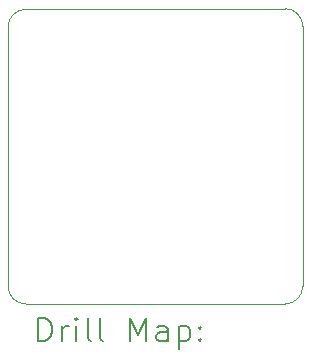
<source format=gbr>
%TF.GenerationSoftware,KiCad,Pcbnew,8.0.3*%
%TF.CreationDate,2024-10-10T21:17:47+08:00*%
%TF.ProjectId,Neko_Wireless_Transmission,4e656b6f-5f57-4697-9265-6c6573735f54,rev?*%
%TF.SameCoordinates,Original*%
%TF.FileFunction,Drillmap*%
%TF.FilePolarity,Positive*%
%FSLAX45Y45*%
G04 Gerber Fmt 4.5, Leading zero omitted, Abs format (unit mm)*
G04 Created by KiCad (PCBNEW 8.0.3) date 2024-10-10 21:17:47*
%MOMM*%
%LPD*%
G01*
G04 APERTURE LIST*
%ADD10C,0.100000*%
%ADD11C,0.050000*%
%ADD12C,0.200000*%
G04 APERTURE END LIST*
D10*
X4872935Y-8629935D02*
G75*
G02*
X4722935Y-8779935I-150005J5D01*
G01*
X4722934Y-6279066D02*
G75*
G02*
X4872934Y-6429066I-4J-150004D01*
G01*
X2527065Y-8780004D02*
G75*
G02*
X2377066Y-8630004I5J150004D01*
G01*
X2377066Y-6435066D02*
G75*
G02*
X2527066Y-6285066I150000J0D01*
G01*
D11*
X2377065Y-8630004D02*
X2377066Y-6435066D01*
X4722935Y-8779935D02*
X2527065Y-8780004D01*
X4872934Y-6429066D02*
X4872935Y-8629935D01*
X2527066Y-6285066D02*
X4722934Y-6279066D01*
D12*
X2632842Y-9096488D02*
X2632842Y-8896488D01*
X2632842Y-8896488D02*
X2680461Y-8896488D01*
X2680461Y-8896488D02*
X2709032Y-8906012D01*
X2709032Y-8906012D02*
X2728080Y-8925059D01*
X2728080Y-8925059D02*
X2737604Y-8944107D01*
X2737604Y-8944107D02*
X2747127Y-8982202D01*
X2747127Y-8982202D02*
X2747127Y-9010774D01*
X2747127Y-9010774D02*
X2737604Y-9048869D01*
X2737604Y-9048869D02*
X2728080Y-9067916D01*
X2728080Y-9067916D02*
X2709032Y-9086964D01*
X2709032Y-9086964D02*
X2680461Y-9096488D01*
X2680461Y-9096488D02*
X2632842Y-9096488D01*
X2832842Y-9096488D02*
X2832842Y-8963154D01*
X2832842Y-9001250D02*
X2842365Y-8982202D01*
X2842365Y-8982202D02*
X2851889Y-8972678D01*
X2851889Y-8972678D02*
X2870937Y-8963154D01*
X2870937Y-8963154D02*
X2889984Y-8963154D01*
X2956651Y-9096488D02*
X2956651Y-8963154D01*
X2956651Y-8896488D02*
X2947127Y-8906012D01*
X2947127Y-8906012D02*
X2956651Y-8915535D01*
X2956651Y-8915535D02*
X2966175Y-8906012D01*
X2966175Y-8906012D02*
X2956651Y-8896488D01*
X2956651Y-8896488D02*
X2956651Y-8915535D01*
X3080461Y-9096488D02*
X3061413Y-9086964D01*
X3061413Y-9086964D02*
X3051889Y-9067916D01*
X3051889Y-9067916D02*
X3051889Y-8896488D01*
X3185222Y-9096488D02*
X3166175Y-9086964D01*
X3166175Y-9086964D02*
X3156651Y-9067916D01*
X3156651Y-9067916D02*
X3156651Y-8896488D01*
X3413794Y-9096488D02*
X3413794Y-8896488D01*
X3413794Y-8896488D02*
X3480461Y-9039345D01*
X3480461Y-9039345D02*
X3547127Y-8896488D01*
X3547127Y-8896488D02*
X3547127Y-9096488D01*
X3728080Y-9096488D02*
X3728080Y-8991726D01*
X3728080Y-8991726D02*
X3718556Y-8972678D01*
X3718556Y-8972678D02*
X3699508Y-8963154D01*
X3699508Y-8963154D02*
X3661413Y-8963154D01*
X3661413Y-8963154D02*
X3642365Y-8972678D01*
X3728080Y-9086964D02*
X3709032Y-9096488D01*
X3709032Y-9096488D02*
X3661413Y-9096488D01*
X3661413Y-9096488D02*
X3642365Y-9086964D01*
X3642365Y-9086964D02*
X3632842Y-9067916D01*
X3632842Y-9067916D02*
X3632842Y-9048869D01*
X3632842Y-9048869D02*
X3642365Y-9029821D01*
X3642365Y-9029821D02*
X3661413Y-9020297D01*
X3661413Y-9020297D02*
X3709032Y-9020297D01*
X3709032Y-9020297D02*
X3728080Y-9010774D01*
X3823318Y-8963154D02*
X3823318Y-9163154D01*
X3823318Y-8972678D02*
X3842365Y-8963154D01*
X3842365Y-8963154D02*
X3880461Y-8963154D01*
X3880461Y-8963154D02*
X3899508Y-8972678D01*
X3899508Y-8972678D02*
X3909032Y-8982202D01*
X3909032Y-8982202D02*
X3918556Y-9001250D01*
X3918556Y-9001250D02*
X3918556Y-9058393D01*
X3918556Y-9058393D02*
X3909032Y-9077440D01*
X3909032Y-9077440D02*
X3899508Y-9086964D01*
X3899508Y-9086964D02*
X3880461Y-9096488D01*
X3880461Y-9096488D02*
X3842365Y-9096488D01*
X3842365Y-9096488D02*
X3823318Y-9086964D01*
X4004270Y-9077440D02*
X4013794Y-9086964D01*
X4013794Y-9086964D02*
X4004270Y-9096488D01*
X4004270Y-9096488D02*
X3994746Y-9086964D01*
X3994746Y-9086964D02*
X4004270Y-9077440D01*
X4004270Y-9077440D02*
X4004270Y-9096488D01*
X4004270Y-8972678D02*
X4013794Y-8982202D01*
X4013794Y-8982202D02*
X4004270Y-8991726D01*
X4004270Y-8991726D02*
X3994746Y-8982202D01*
X3994746Y-8982202D02*
X4004270Y-8972678D01*
X4004270Y-8972678D02*
X4004270Y-8991726D01*
M02*

</source>
